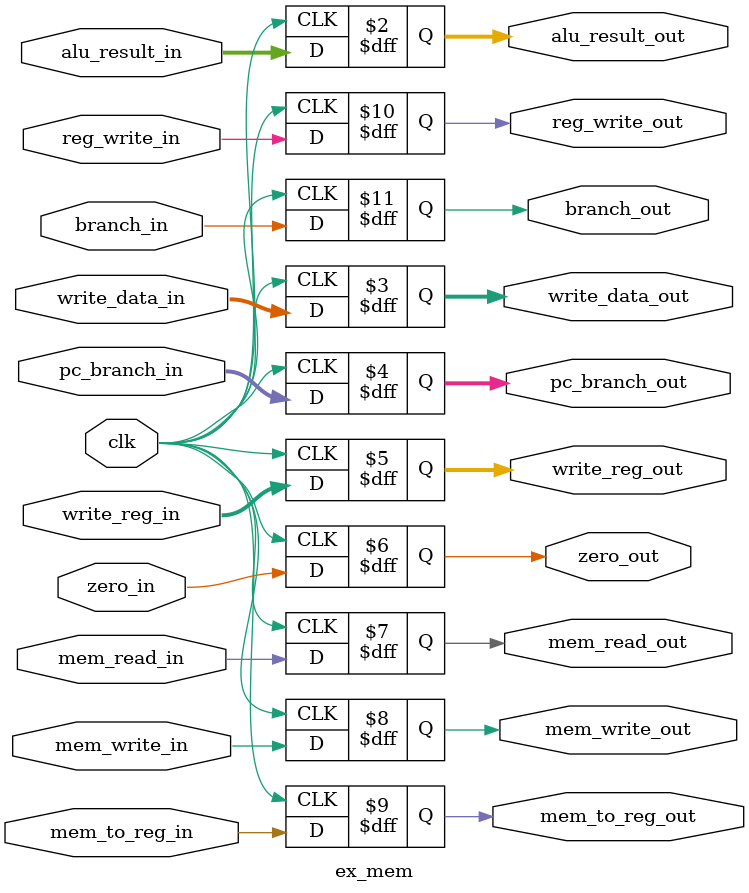
<source format=v>
module ex_mem (
    input clk,
    
    input [31:0] alu_result_in,
    input [31:0] write_data_in,
    input [31:0] pc_branch_in,
    input [4:0] write_reg_in,
    input zero_in,
    
    input mem_read_in,
    input mem_write_in,
    input mem_to_reg_in,
    input reg_write_in,
    input branch_in,

    output reg [31:0] alu_result_out,
    output reg [31:0] write_data_out,
    output reg [31:0] pc_branch_out,
    output reg [4:0] write_reg_out,
    output reg zero_out,

    output reg mem_read_out,
    output reg mem_write_out,
    output reg mem_to_reg_out,
    output reg reg_write_out,
    output reg branch_out
);

	
	always @(posedge clk) begin
    alu_result_out   <= alu_result_in;
    write_data_out   <= write_data_in;
    pc_branch_out    <= pc_branch_in;
    write_reg_out    <= write_reg_in;
    zero_out         <= zero_in;

    mem_read_out     <= mem_read_in;
    mem_write_out    <= mem_write_in;
    mem_to_reg_out   <= mem_to_reg_in;
    reg_write_out    <= reg_write_in;
    branch_out       <= branch_in;
end
endmodule
		
</source>
